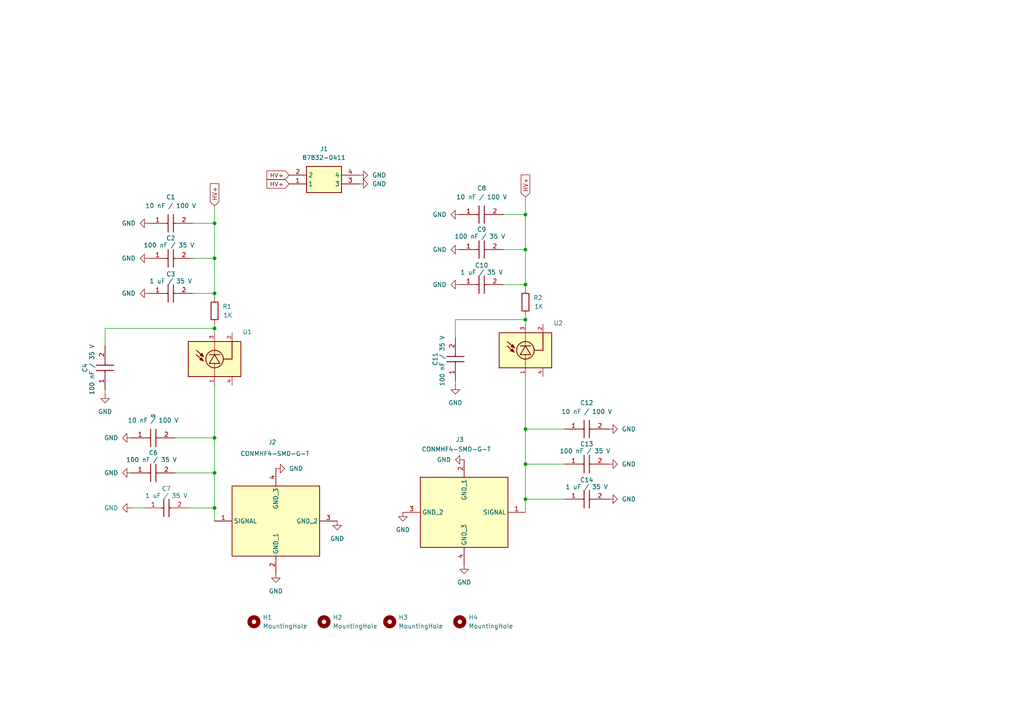
<source format=kicad_sch>
(kicad_sch (version 20231120) (generator "eeschema") (generator_version "8.0")
  (paper "A4")
  (lib_symbols
    (symbol "87832-0411:87832-0411"
      (property "Reference" "J" (at 16.51 7.62 0))
      (property "Value" "87832-0411" (at 16.51 5.08 0))
      (symbol "87832-0411_1_1"
        (rectangle (start 5.08 2.54) (end 15.24 -5.08) (stroke (width 0.254)) (fill (type background)))
        (pin passive line (at 0 -2.54 0) (length 5.08) (name "1") (number "1"))
        (pin passive line (at 0 0 0) (length 5.08) (name "2") (number "2"))
        (pin passive line (at 20.32 -2.54 180) (length 5.08) (name "3") (number "3"))
        (pin passive line (at 20.32 0 180) (length 5.08) (name "4") (number "4"))
      )
    )
    (symbol "CGA3EANP02A103J080AC_001uF:CGA3EANP02A103J080AC" (pin_names hide)
      (property "Reference" "C" (at 8.89 6.35 0))
      (property "Value" "CGA3EANP02A103J080AC" (at 8.89 3.81 0))
      (symbol "CGA3EANP02A103J080AC_1_1"
        (polyline (pts (xy 5.08 0) (xy 5.588 0)) (stroke (width 0.254)))
        (polyline (pts (xy 5.588 2.54) (xy 5.588 -2.54)) (stroke (width 0.254)))
        (polyline (pts (xy 7.112 0) (xy 7.62 0)) (stroke (width 0.254)))
        (polyline (pts (xy 7.112 2.54) (xy 7.112 -2.54)) (stroke (width 0.254)))
        (pin passive line (at 0 0 0) (length 5.08) (name "1") (number "1"))
        (pin passive line (at 12.7 0 180) (length 5.08) (name "2") (number "2"))
      )
    )
    (symbol "CONMHF4-SMD-G-T:CONMHF4-SMD-G-T"
      (property "Reference" "J" (at 26.67 17.78 0))
      (property "Value" "CONMHF4-SMD-G-T" (at 26.67 15.24 0))
      (symbol "CONMHF4-SMD-G-T_1_1"
        (rectangle (start 5.08 12.7) (end 25.4 -12.7) (stroke (width 0.254)) (fill (type background)))
        (pin passive line (at 15.24 -17.78 90) (length 5.08) (name "SIGNAL") (number "1"))
        (pin passive line (at 30.48 0 180) (length 5.08) (name "GND_1") (number "2"))
        (pin passive line (at 15.24 17.78 270) (length 5.08) (name "GND_2") (number "3"))
        (pin passive line (at 0 0 0) (length 5.08) (name "GND_3") (number "4"))
      )
    )
    (symbol "Device:R" (pin_numbers hide) (pin_names (offset 0))
      (property "Reference" "R" (at 2.032 0 90))
      (property "Value" "R" (at 0 0 90))
      (symbol "R_0_1"
        (rectangle (start -1.016 -2.54) (end 1.016 2.54) (stroke (width 0.254)))
      )
      (symbol "R_1_1"
        (pin passive line (at 0 3.81 270) (length 1.27) (name "~") (number "1"))
        (pin passive line (at 0 -3.81 90) (length 1.27) (name "~") (number "2"))
      )
    )
    (symbol "MICROFC-30035-SMT-TR1:MICROFC-30035-SMT-TR1" (pin_names (offset 1.016))
      (property "Reference" "U" (at -4.3688 10.8458 0))
      (property "Value" "MICROFC-30035-SMT-TR1" (at -4.826 -7.112 0))
      (symbol "MICROFC-30035-SMT-TR1_0_0"
        (rectangle (start -5.08 -5.08) (end 5.08 10.16) (stroke (width 0.254)) (fill (type background)))
        (polyline (pts (xy -1.27 1.016) (xy 1.27 2.54)) (stroke (width 0.254)))
        (polyline (pts (xy -1.27 2.54) (xy -5.08 2.54)) (stroke (width 0.1524)))
        (polyline (pts (xy -1.27 2.54) (xy -1.27 1.016)) (stroke (width 0.254)))
        (polyline (pts (xy -1.27 4.064) (xy -1.27 2.54)) (stroke (width 0.254)))
        (polyline (pts (xy -0.508 5.842) (xy -0.1778 6.8072)) (stroke (width 0.254)))
        (polyline (pts (xy -0.508 5.842) (xy 1.27 7.874)) (stroke (width 0.254)))
        (polyline (pts (xy -0.2032 6.0706) (xy -0.0762 6.0706)) (stroke (width 0.254)))
        (polyline (pts (xy -0.1778 6.8072) (xy -0.2032 6.0706)) (stroke (width 0.254)))
        (polyline (pts (xy -0.1778 6.8072) (xy 0.381 6.3246)) (stroke (width 0.254)))
        (polyline (pts (xy 0 -2.54) (xy 5.08 -2.54)) (stroke (width 0.254)))
        (polyline (pts (xy 0 0) (xy 0 -2.54)) (stroke (width 0.254)))
        (polyline (pts (xy 0.2032 6.4008) (xy -0.0254 6.2484)) (stroke (width 0.254)))
        (polyline (pts (xy 0.381 6.3246) (xy -0.508 5.842)) (stroke (width 0.254)))
        (polyline (pts (xy 0.7366 5.7404) (xy 1.0668 6.7056)) (stroke (width 0.254)))
        (polyline (pts (xy 0.7366 5.7404) (xy 2.5146 7.7724)) (stroke (width 0.254)))
        (polyline (pts (xy 1.0414 5.969) (xy 1.1684 5.969)) (stroke (width 0.254)))
        (polyline (pts (xy 1.0668 6.7056) (xy 1.0414 5.969)) (stroke (width 0.254)))
        (polyline (pts (xy 1.0668 6.7056) (xy 1.6256 6.223)) (stroke (width 0.254)))
        (polyline (pts (xy 1.27 2.54) (xy -1.27 4.064)) (stroke (width 0.254)))
        (polyline (pts (xy 1.27 2.54) (xy 1.27 1.016)) (stroke (width 0.254)))
        (polyline (pts (xy 1.27 4.064) (xy 1.27 2.54)) (stroke (width 0.254)))
        (polyline (pts (xy 1.4478 6.2992) (xy 1.2192 6.1468)) (stroke (width 0.254)))
        (polyline (pts (xy 1.6256 6.223) (xy 0.7366 5.7404)) (stroke (width 0.254)))
        (polyline (pts (xy 5.08 2.54) (xy 1.27 2.54)) (stroke (width 0.1524)))
        (circle (center 0 2.54) (radius 2.54) (stroke (width 0.254)))
        (pin passive line (at -7.62 2.54 0) (length 2.54) (name "~") (number "1"))
        (pin output line (at 7.62 -2.54 180) (length 2.54) (name "~") (number "2"))
        (pin passive line (at 7.62 2.54 180) (length 2.54) (name "~") (number "3"))
        (pin passive line (at -7.62 -2.54 0) (length 2.54) (name "~") (number "4"))
      )
    )
    (symbol "MMJCG168CB7105KRPA18_1uF:MMJCG168CB7105KRPA18" (pin_names hide)
      (property "Reference" "C" (at 8.89 6.35 0))
      (property "Value" "MMJCG168CB7105KRPA18" (at 8.89 3.81 0))
      (symbol "MMJCG168CB7105KRPA18_1_1"
        (polyline (pts (xy 5.08 0) (xy 5.588 0)) (stroke (width 0.254)))
        (polyline (pts (xy 5.588 2.54) (xy 5.588 -2.54)) (stroke (width 0.254)))
        (polyline (pts (xy 7.112 0) (xy 7.62 0)) (stroke (width 0.254)))
        (polyline (pts (xy 7.112 2.54) (xy 7.112 -2.54)) (stroke (width 0.254)))
        (pin passive line (at 0 0 0) (length 5.08) (name "1") (number "1"))
        (pin passive line (at 12.7 0 180) (length 5.08) (name "2") (number "2"))
      )
    )
    (symbol "Mechanical:MountingHole" (pin_names (offset 1.016)) (exclude_from_sim yes) (in_bom no)
      (property "Reference" "H" (at 0 5.08 0))
      (property "Value" "MountingHole" (at 0 3.175 0))
      (symbol "MountingHole_0_1"
        (circle (center 0 0) (radius 1.27) (stroke (width 1.27)))
      )
    )
    (symbol "power:GND" (power) (pin_numbers hide) (pin_names (offset 0) hide)
      (property "Value" "GND" (at 0 -3.81 0))
      (symbol "GND_0_1"
        (polyline (pts (xy 0 0) (xy 0 -1.27) (xy 1.27 -1.27) (xy 0 -2.54) (xy -1.27 -1.27) (xy 0 -1.27)))
      )
      (symbol "GND_1_1"
        (pin power_in line (at 0 0 270) (length 0) (name "~") (number "1"))
      )
    )
  )
  (junction (at 62.23 137.16))
  (junction (at 152.4 72.39))
  (junction (at 62.23 64.77))
  (junction (at 152.4 92.71))
  (junction (at 152.4 82.55))
  (junction (at 62.23 127))
  (junction (at 62.23 74.93))
  (junction (at 62.23 85.09))
  (junction (at 152.4 134.62))
  (junction (at 62.23 147.32))
  (junction (at 152.4 144.78))
  (junction (at 152.4 62.23))
  (junction (at 62.23 95.25))
  (junction (at 152.4 124.46))
  (wire (pts (xy 62.23 127) (xy 62.23 137.16)))
  (wire (pts (xy 62.23 147.32) (xy 62.23 151.13)))
  (wire (pts (xy 30.48 113.03) (xy 30.48 114.3)))
  (wire (pts (xy 62.23 137.16) (xy 62.23 147.32)))
  (wire (pts (xy 146.05 82.55) (xy 152.4 82.55)))
  (wire (pts (xy 55.88 85.09) (xy 62.23 85.09)))
  (wire (pts (xy 152.4 82.55) (xy 152.4 83.82)))
  (wire (pts (xy 152.4 57.15) (xy 152.4 62.23)))
  (wire (pts (xy 30.48 95.25) (xy 62.23 95.25)))
  (wire (pts (xy 62.23 85.09) (xy 62.23 86.36)))
  (wire (pts (xy 38.1 147.32) (xy 41.91 147.32)))
  (wire (pts (xy 146.05 72.39) (xy 152.4 72.39)))
  (wire (pts (xy 152.4 109.22) (xy 152.4 124.46)))
  (wire (pts (xy 50.8 127) (xy 62.23 127)))
  (wire (pts (xy 132.08 110.49) (xy 132.08 111.76)))
  (wire (pts (xy 132.08 92.71) (xy 132.08 97.79)))
  (wire (pts (xy 132.08 92.71) (xy 152.4 92.71)))
  (wire (pts (xy 163.83 134.62) (xy 152.4 134.62)))
  (wire (pts (xy 152.4 134.62) (xy 152.4 124.46)))
  (wire (pts (xy 55.88 64.77) (xy 62.23 64.77)))
  (wire (pts (xy 152.4 62.23) (xy 152.4 72.39)))
  (wire (pts (xy 62.23 74.93) (xy 62.23 85.09)))
  (wire (pts (xy 163.83 124.46) (xy 152.4 124.46)))
  (wire (pts (xy 163.83 144.78) (xy 152.4 144.78)))
  (wire (pts (xy 152.4 91.44) (xy 152.4 92.71)))
  (wire (pts (xy 30.48 95.25) (xy 30.48 100.33)))
  (wire (pts (xy 50.8 137.16) (xy 62.23 137.16)))
  (wire (pts (xy 152.4 144.78) (xy 152.4 134.62)))
  (wire (pts (xy 55.88 74.93) (xy 62.23 74.93)))
  (wire (pts (xy 152.4 144.78) (xy 152.4 148.59)))
  (wire (pts (xy 62.23 64.77) (xy 62.23 74.93)))
  (wire (pts (xy 62.23 111.76) (xy 62.23 127)))
  (wire (pts (xy 152.4 72.39) (xy 152.4 82.55)))
  (wire (pts (xy 62.23 93.98) (xy 62.23 95.25)))
  (wire (pts (xy 146.05 62.23) (xy 152.4 62.23)))
  (wire (pts (xy 62.23 95.25) (xy 62.23 96.52)))
  (wire (pts (xy 62.23 59.69) (xy 62.23 64.77)))
  (wire (pts (xy 54.61 147.32) (xy 62.23 147.32)))
  (wire (pts (xy 152.4 92.71) (xy 152.4 93.98)))
  (global_label "HV+" (shape input) (at 62.23 59.69 90) (property "Intersheetrefs" "${INTERSHEET_REFS}" (effects (hide yes))))
  (global_label "HV+" (shape input) (at 83.82 50.8 180) (property "Intersheetrefs" "${INTERSHEET_REFS}" (effects (hide yes))))
  (global_label "HV+" (shape input) (at 152.4 57.15 90) (property "Intersheetrefs" "${INTERSHEET_REFS}" (effects (hide yes))))
  (global_label "HV+" (shape input) (at 83.82 53.34 180) (property "Intersheetrefs" "${INTERSHEET_REFS}" (effects (hide yes))))
  (symbol (lib_id "power:GND") (at 132.08 111.76 0) (unit 1)
    (property "Reference" "#PWR012" (effects (hide yes)))
    (property "Value" "GND" (at 132.08 116.84 0))
    (property "Description" "Power symbol creates a global label with name \"GND\" , ground" (effects (hide yes)))
  )
  (symbol (lib_id "power:GND") (at 38.1 127 270) (unit 1)
    (property "Reference" "#PWR07" (effects (hide yes)))
    (property "Value" "GND" (at 34.29 126.9999 90) (effects (justify right)))
    (property "Description" "Power symbol creates a global label with name \"GND\" , ground" (effects (hide yes)))
  )
  (symbol (lib_id "power:GND") (at 38.1 137.16 270) (unit 1)
    (property "Reference" "#PWR08" (effects (hide yes)))
    (property "Value" "GND" (at 34.29 137.1599 90) (effects (justify right)))
    (property "Description" "Power symbol creates a global label with name \"GND\" , ground" (effects (hide yes)))
  )
  (symbol (lib_id "power:GND") (at 116.84 148.59 0) (unit 1)
    (property "Reference" "#PWR019" (effects (hide yes)))
    (property "Value" "GND" (at 116.84 153.67 0))
    (property "Description" "Power symbol creates a global label with name \"GND\" , ground" (effects (hide yes)))
  )
  (symbol (lib_id "power:GND") (at 43.18 64.77 270) (unit 1)
    (property "Reference" "#PWR06" (effects (hide yes)))
    (property "Value" "GND" (at 39.37 64.7699 90) (effects (justify right)))
    (property "Description" "Power symbol creates a global label with name \"GND\" , ground" (effects (hide yes)))
  )
  (symbol (lib_id "power:GND") (at 30.48 114.3 0) (unit 1)
    (property "Reference" "#PWR01" (effects (hide yes)))
    (property "Value" "GND" (at 30.48 119.38 0))
    (property "Description" "Power symbol creates a global label with name \"GND\" , ground" (effects (hide yes)))
  )
  (symbol (lib_id "power:GND") (at 97.79 151.13 0) (unit 1)
    (property "Reference" "#PWR020" (effects (hide yes)))
    (property "Value" "GND" (at 97.79 156.21 0))
    (property "Description" "Power symbol creates a global label with name \"GND\" , ground" (effects (hide yes)))
  )
  (symbol (lib_id "Device:R") (at 62.23 90.17 0) (unit 1)
    (property "Reference" "R1" (at 64.516 88.9 0) (effects (justify left)))
    (property "Value" "1K" (at 64.77 91.4399 0) (effects (justify left)))
    (property "Footprint" "Resistor_SMD:R_0201_0603Metric" (effects (hide yes)))
    (property "Description" "Resistor" (effects (hide yes)))
  )
  (symbol (lib_id "power:GND") (at 43.18 74.93 270) (unit 1)
    (property "Reference" "#PWR05" (effects (hide yes)))
    (property "Value" "GND" (at 39.37 74.9299 90) (effects (justify right)))
    (property "Description" "Power symbol creates a global label with name \"GND\" , ground" (effects (hide yes)))
  )
  (symbol (lib_id "MMJCG168CB7105KRPA18_1uF:MMJCG168CB7105KRPA18") (at 41.91 147.32 0) (unit 1)
    (property "Reference" "C7" (at 48.26 141.732 0))
    (property "Value" "1 uF / 35 V" (at 48.26 143.764 0))
    (property "Footprint" "SiPM_Onsemi:CAPC1608X90N_1uF" (effects (hide yes)))
    (property "Datasheet" "https://www.mouser.kr/datasheet/2/396/MM_mlcc_all_e-3370058.pdf" (effects (hide yes)))
    (property "Description" "Multilayer Ceramic Capacitors MLCC - SMD/SMT 35V 1uF X7R 0603 10% Medical" (effects (hide yes)))
    (property "Height" "0.9" (effects (hide yes)))
    (property "Manufacturer_Name" "TAIYO YUDEN" (effects (hide yes)))
    (property "Manufacturer_Part_Number" "MMJCG168CB7105KRPA18" (effects (hide yes)))
  )
  (symbol (lib_id "CGA3EANP02A103J080AC_001uF:CGA3EANP02A103J080AC") (at 38.1 137.16 0) (unit 1)
    (property "Reference" "C6" (at 44.45 131.318 0))
    (property "Value" "100 nF / 35 V" (at 43.942 133.35 0))
    (property "Footprint" "SiPM_Onsemi:CAPC1608X90N_1uF" (effects (hide yes)))
    (property "Description" "Multilayer Ceramic Capacitors MLCC - SMD/SMT 35V 0.1uF X7R 0603 20% Medical" (effects (hide yes)))
    (property "Height" "0.8" (effects (hide yes)))
    (property "Mouser Part Number" "963-MJCG168BB7104M" (effects (hide yes)))
    (property "Mouser Price/Stock" "https://www.mouser.de/ProductDetail/TAIYO-YUDEN/MMJCG168BB7104MTPA01?qs=tlsG%2FOw5FFi%252BNb4uAGqRXw%3D%3D" (effects (hide yes)))
    (property "Manufacturer_Name" " TAIYO YUDEN" (effects (hide yes)))
    (property "Manufacturer_Part_Number" "MMJCG168BB7104MTPA01" (effects (hide yes)))
  )
  (symbol (lib_id "MMJCG168CB7105KRPA18_1uF:MMJCG168CB7105KRPA18") (at 133.35 82.55 0) (unit 1)
    (property "Reference" "C10" (at 139.7 76.962 0))
    (property "Value" "1 uF / 35 V" (at 139.7 78.994 0))
    (property "Footprint" "SiPM_Onsemi:CAPC1608X90N_1uF" (effects (hide yes)))
    (property "Datasheet" "https://www.mouser.kr/datasheet/2/396/MM_mlcc_all_e-3370058.pdf" (effects (hide yes)))
    (property "Description" "Multilayer Ceramic Capacitors MLCC - SMD/SMT 35V 1uF X7R 0603 10% Medical" (effects (hide yes)))
    (property "Height" "0.9" (effects (hide yes)))
    (property "Manufacturer_Name" "TAIYO YUDEN" (effects (hide yes)))
    (property "Manufacturer_Part_Number" "MMJCG168CB7105KRPA18" (effects (hide yes)))
  )
  (symbol (lib_id "CGA3EANP02A103J080AC_001uF:CGA3EANP02A103J080AC") (at 133.35 72.39 0) (unit 1)
    (property "Reference" "C9" (at 139.7 66.548 0))
    (property "Value" "100 nF / 35 V" (at 139.192 68.58 0))
    (property "Footprint" "SiPM_Onsemi:CAPC1608X90N_1uF" (effects (hide yes)))
    (property "Description" "Multilayer Ceramic Capacitors MLCC - SMD/SMT 35V 0.1uF X7R 0603 20% Medical" (effects (hide yes)))
    (property "Height" "0.8" (effects (hide yes)))
    (property "Mouser Part Number" "963-MJCG168BB7104M" (effects (hide yes)))
    (property "Mouser Price/Stock" "https://www.mouser.de/ProductDetail/TAIYO-YUDEN/MMJCG168BB7104MTPA01?qs=tlsG%2FOw5FFi%252BNb4uAGqRXw%3D%3D" (effects (hide yes)))
    (property "Manufacturer_Name" " TAIYO YUDEN" (effects (hide yes)))
    (property "Manufacturer_Part_Number" "MMJCG168BB7104MTPA01" (effects (hide yes)))
  )
  (symbol (lib_id "Mechanical:MountingHole") (at 113.03 180.34 0) (unit 1) (exclude_from_sim yes) (in_bom no)
    (property "Reference" "H3" (at 115.57 179.0699 0) (effects (justify left)))
    (property "Value" "MountingHole" (at 115.57 181.6099 0) (effects (justify left)))
    (property "Footprint" "MountingHole:Castelated_Hold_Right" (effects (hide yes)))
    (property "Description" "Mounting Hole without connection" (effects (hide yes)))
  )
  (symbol (lib_id "CONMHF4-SMD-G-T:CONMHF4-SMD-G-T") (at 80.01 135.89 270) (unit 1)
    (property "Reference" "J2" (at 78.994 128.27 90))
    (property "Value" "CONMHF4-SMD-G-T" (at 79.756 131.572 90))
    (property "Footprint" "SiPM_Onsemi:CONMHF4SMDGT" (effects (hide yes)))
    (property "Datasheet" "https://www.te.com/commerce/DocumentDelivery/DDEController?Action=srchrtrv&DocNm=conmhf4-smd-g-t-ds&DocType=Data%20Sheet&DocLang=English&PartCntxt=CONMHF4-SMD-G-T&DocFormat=pdf" (effects (hide yes)))
    (property "Description" "Body Features: Body Material Copper Alloy | Body Plating Material Gold | Configuration Features: Number of Coaxial Contacts 1 | Number of Positions 1 | Electrical Characteristics: Impedance 50 OHM | Mechanical Attachment: Connector Mounting Type Board Mount | RF Connector Coupling Mechanism Snap-On | Operation/Application: Operating Frequency 6 GHZ | Circuit Application Signal | Other: Dielectric Material LCP | Product Type Features: Sealable No | RF Interface UMCC | Connector Product Type Connector Assembl" (effects (hide yes)))
    (property "Height" "0.6" (effects (hide yes)))
    (property "Mouser Part Number" "N/A" (effects (hide yes)))
    (property "Mouser Price/Stock" "https://www.mouser.co.uk/ProductDetail/TE-Connectivity/CONMHF4-SMD-G-T?qs=3Rah4i%252BhyCHAjcyagtfN7A%3D%3D" (effects (hide yes)))
    (property "Manufacturer_Name" "TE Connectivity" (effects (hide yes)))
    (property "Manufacturer_Part_Number" "CONMHF4-SMD-G-T" (effects (hide yes)))
  )
  (symbol (lib_id "power:GND") (at 133.35 72.39 270) (unit 1)
    (property "Reference" "#PWR014" (effects (hide yes)))
    (property "Value" "GND" (at 129.54 72.3899 90) (effects (justify right)))
    (property "Description" "Power symbol creates a global label with name \"GND\" , ground" (effects (hide yes)))
  )
  (symbol (lib_id "CONMHF4-SMD-G-T:CONMHF4-SMD-G-T") (at 134.62 163.83 90) (unit 1)
    (property "Reference" "J3" (at 133.35 127.508 90))
    (property "Value" "CONMHF4-SMD-G-T" (at 132.334 130.302 90))
    (property "Footprint" "SiPM_Onsemi:CONMHF4SMDGT" (effects (hide yes)))
    (property "Datasheet" "https://www.te.com/commerce/DocumentDelivery/DDEController?Action=srchrtrv&DocNm=conmhf4-smd-g-t-ds&DocType=Data%20Sheet&DocLang=English&PartCntxt=CONMHF4-SMD-G-T&DocFormat=pdf" (effects (hide yes)))
    (property "Description" "Body Features: Body Material Copper Alloy | Body Plating Material Gold | Configuration Features: Number of Coaxial Contacts 1 | Number of Positions 1 | Electrical Characteristics: Impedance 50 OHM | Mechanical Attachment: Connector Mounting Type Board Mount | RF Connector Coupling Mechanism Snap-On | Operation/Application: Operating Frequency 6 GHZ | Circuit Application Signal | Other: Dielectric Material LCP | Product Type Features: Sealable No | RF Interface UMCC | Connector Product Type Connector Assembl" (effects (hide yes)))
    (property "Height" "0.6" (effects (hide yes)))
    (property "Mouser Part Number" "N/A" (effects (hide yes)))
    (property "Mouser Price/Stock" "https://www.mouser.co.uk/ProductDetail/TE-Connectivity/CONMHF4-SMD-G-T?qs=3Rah4i%252BhyCHAjcyagtfN7A%3D%3D" (effects (hide yes)))
    (property "Manufacturer_Name" "TE Connectivity" (effects (hide yes)))
    (property "Manufacturer_Part_Number" "CONMHF4-SMD-G-T" (effects (hide yes)))
  )
  (symbol (lib_id "power:GND") (at 38.1 147.32 270) (unit 1)
    (property "Reference" "#PWR09" (effects (hide yes)))
    (property "Value" "GND" (at 34.29 147.3199 90) (effects (justify right)))
    (property "Description" "Power symbol creates a global label with name \"GND\" , ground" (effects (hide yes)))
  )
  (symbol (lib_id "MMJCG168CB7105KRPA18_1uF:MMJCG168CB7105KRPA18") (at 163.83 144.78 0) (unit 1)
    (property "Reference" "C14" (at 170.18 139.192 0))
    (property "Value" "1 uF / 35 V" (at 170.18 141.224 0))
    (property "Footprint" "SiPM_Onsemi:CAPC1608X90N_1uF" (effects (hide yes)))
    (property "Datasheet" "https://www.mouser.kr/datasheet/2/396/MM_mlcc_all_e-3370058.pdf" (effects (hide yes)))
    (property "Description" "Multilayer Ceramic Capacitors MLCC - SMD/SMT 35V 1uF X7R 0603 10% Medical" (effects (hide yes)))
    (property "Height" "0.9" (effects (hide yes)))
    (property "Manufacturer_Name" "TAIYO YUDEN" (effects (hide yes)))
    (property "Manufacturer_Part_Number" "MMJCG168CB7105KRPA18" (effects (hide yes)))
  )
  (symbol (lib_id "power:GND") (at 133.35 82.55 270) (unit 1)
    (property "Reference" "#PWR015" (effects (hide yes)))
    (property "Value" "GND" (at 129.54 82.5499 90) (effects (justify right)))
    (property "Description" "Power symbol creates a global label with name \"GND\" , ground" (effects (hide yes)))
  )
  (symbol (lib_id "power:GND") (at 43.18 85.09 270) (unit 1)
    (property "Reference" "#PWR04" (effects (hide yes)))
    (property "Value" "GND" (at 39.37 85.0899 90) (effects (justify right)))
    (property "Description" "Power symbol creates a global label with name \"GND\" , ground" (effects (hide yes)))
  )
  (symbol (lib_id "power:GND") (at 80.01 166.37 0) (unit 1)
    (property "Reference" "#PWR017" (effects (hide yes)))
    (property "Value" "GND" (at 80.01 171.45 0))
    (property "Description" "Power symbol creates a global label with name \"GND\" , ground" (effects (hide yes)))
  )
  (symbol (lib_id "CGA3EANP02A103J080AC_001uF:CGA3EANP02A103J080AC") (at 30.48 113.03 90) (unit 1)
    (property "Reference" "C4" (at 24.638 106.68 0))
    (property "Value" "100 nF / 35 V" (at 26.67 107.188 0))
    (property "Footprint" "SiPM_Onsemi:CAPC1608X90N_1uF" (effects (hide yes)))
    (property "Description" "Multilayer Ceramic Capacitors MLCC - SMD/SMT 35V 0.1uF X7R 0603 20% Medical" (effects (hide yes)))
    (property "Height" "0.8" (effects (hide yes)))
    (property "Mouser Part Number" "963-MJCG168BB7104M" (effects (hide yes)))
    (property "Mouser Price/Stock" "https://www.mouser.de/ProductDetail/TAIYO-YUDEN/MMJCG168BB7104MTPA01?qs=tlsG%2FOw5FFi%252BNb4uAGqRXw%3D%3D" (effects (hide yes)))
    (property "Manufacturer_Name" " TAIYO YUDEN" (effects (hide yes)))
    (property "Manufacturer_Part_Number" "MMJCG168BB7104MTPA01" (effects (hide yes)))
  )
  (symbol (lib_id "power:GND") (at 80.01 135.89 90) (unit 1)
    (property "Reference" "#PWR021" (effects (hide yes)))
    (property "Value" "GND" (at 83.82 135.8899 90) (effects (justify right)))
    (property "Description" "Power symbol creates a global label with name \"GND\" , ground" (effects (hide yes)))
  )
  (symbol (lib_id "Mechanical:MountingHole") (at 73.66 180.34 0) (unit 1) (exclude_from_sim yes) (in_bom no)
    (property "Reference" "H1" (at 76.2 179.0699 0) (effects (justify left)))
    (property "Value" "MountingHole" (at 76.2 181.6099 0) (effects (justify left)))
    (property "Footprint" "MountingHole:CastellatedHole" (effects (hide yes)))
    (property "Description" "Mounting Hole without connection" (effects (hide yes)))
  )
  (symbol (lib_id "CGA3EANP02A103J080AC_001uF:CGA3EANP02A103J080AC") (at 163.83 124.46 0) (unit 1)
    (property "Reference" "C12" (at 170.18 116.84 0))
    (property "Value" "10 nF / 100 V" (at 170.18 119.38 0))
    (property "Footprint" "SiPM_Onsemi:CAPC1608X90N_001uF" (effects (hide yes)))
    (property "Description" "Multilayer Ceramic Chip Capacitors, Capacitance=10nF, LxWxT:1.6x0.8x0.8mm" (effects (hide yes)))
    (property "Height" "0.9" (effects (hide yes)))
    (property "Mouser Part Number" "810-CGA3EANP02A103JC" (effects (hide yes)))
    (property "Mouser Price/Stock" "https://www.mouser.co.uk/ProductDetail/TDK/CGA3EANP02A103J080AC?qs=6JAMGB%252BEdkzxTYYMzdSqJA%3D%3D" (effects (hide yes)))
    (property "Manufacturer_Name" "TDK" (effects (hide yes)))
    (property "Manufacturer_Part_Number" "CGA3EANP02A103J080AC" (effects (hide yes)))
  )
  (symbol (lib_id "CGA3EANP02A103J080AC_001uF:CGA3EANP02A103J080AC") (at 43.18 74.93 0) (unit 1)
    (property "Reference" "C2" (at 49.53 69.088 0))
    (property "Value" "100 nF / 35 V" (at 49.022 71.12 0))
    (property "Footprint" "SiPM_Onsemi:CAPC1608X90N_1uF" (effects (hide yes)))
    (property "Description" "Multilayer Ceramic Capacitors MLCC - SMD/SMT 35V 0.1uF X7R 0603 20% Medical" (effects (hide yes)))
    (property "Height" "0.8" (effects (hide yes)))
    (property "Mouser Part Number" "963-MJCG168BB7104M" (effects (hide yes)))
    (property "Mouser Price/Stock" "https://www.mouser.de/ProductDetail/TAIYO-YUDEN/MMJCG168BB7104MTPA01?qs=tlsG%2FOw5FFi%252BNb4uAGqRXw%3D%3D" (effects (hide yes)))
    (property "Manufacturer_Name" " TAIYO YUDEN" (effects (hide yes)))
    (property "Manufacturer_Part_Number" "MMJCG168BB7104MTPA01" (effects (hide yes)))
  )
  (symbol (lib_id "MICROFC-30035-SMT-TR1:MICROFC-30035-SMT-TR1") (at 154.94 101.6 90) (unit 1)
    (property "Reference" "U2" (at 160.528 93.726 90) (effects (justify right)))
    (property "Value" "MICROFC-30035-SMT-TR1" (effects (hide yes)))
    (property "Footprint" "SiPM_Onsemi:XDCR_MICROFC-30035-SMT-TR1" (effects (hide yes)))
    (property "MF" "ON Semiconductor" (effects (hide yes)))
    (property "MAXIMUM_PACKAGE_HEIGHT" "0.70 mm" (effects (hide yes)))
    (property "Package" "SMD-4 ON Semiconductor" (effects (hide yes)))
    (property "Price" "None" (effects (hide yes)))
    (property "Check_prices" "https://www.snapeda.com/parts/MICROFC-30035-SMT-TR1/Onsemi/view-part/?ref=eda" (effects (hide yes)))
    (property "STANDARD" "Manufacturer Recommendations" (effects (hide yes)))
    (property "PARTREV" "Issue O" (effects (hide yes)))
    (property "SnapEDA_Link" "https://www.snapeda.com/parts/MICROFC-30035-SMT-TR1/Onsemi/view-part/?ref=snap" (effects (hide yes)))
    (property "MP" "MICROFC-30035-SMT-TR1" (effects (hide yes)))
    (property "Purchase-URL" "https://www.snapeda.com/api/url_track_click_mouser/?unipart_id=3234749&manufacturer=ON Semiconductor&part_name=MICROFC-30035-SMT-TR1&search_term=microfc-30035-smt-tr" (effects (hide yes)))
    (property "Description_1" "\nPhotodiode 420nm 600ps - 4-SMD, No Lead\n" (effects (hide yes)))
    (property "Availability" "In Stock" (effects (hide yes)))
    (property "MANUFACTURER" "On Semiconductor" (effects (hide yes)))
  )
  (symbol (lib_id "MICROFC-30035-SMT-TR1:MICROFC-30035-SMT-TR1") (at 64.77 104.14 90) (unit 1)
    (property "Reference" "U1" (at 70.358 96.266 90) (effects (justify right)))
    (property "Value" "MICROFC-30035-SMT-TR1" (effects (hide yes)))
    (property "Footprint" "SiPM_Onsemi:XDCR_MICROFC-30035-SMT-TR1" (effects (hide yes)))
    (property "MF" "ON Semiconductor" (effects (hide yes)))
    (property "MAXIMUM_PACKAGE_HEIGHT" "0.70 mm" (effects (hide yes)))
    (property "Package" "SMD-4 ON Semiconductor" (effects (hide yes)))
    (property "Price" "None" (effects (hide yes)))
    (property "Check_prices" "https://www.snapeda.com/parts/MICROFC-30035-SMT-TR1/Onsemi/view-part/?ref=eda" (effects (hide yes)))
    (property "STANDARD" "Manufacturer Recommendations" (effects (hide yes)))
    (property "PARTREV" "Issue O" (effects (hide yes)))
    (property "SnapEDA_Link" "https://www.snapeda.com/parts/MICROFC-30035-SMT-TR1/Onsemi/view-part/?ref=snap" (effects (hide yes)))
    (property "MP" "MICROFC-30035-SMT-TR1" (effects (hide yes)))
    (property "Purchase-URL" "https://www.snapeda.com/api/url_track_click_mouser/?unipart_id=3234749&manufacturer=ON Semiconductor&part_name=MICROFC-30035-SMT-TR1&search_term=microfc-30035-smt-tr" (effects (hide yes)))
    (property "Description_1" "\nPhotodiode 420nm 600ps - 4-SMD, No Lead\n" (effects (hide yes)))
    (property "Availability" "In Stock" (effects (hide yes)))
    (property "MANUFACTURER" "On Semiconductor" (effects (hide yes)))
  )
  (symbol (lib_id "power:GND") (at 104.14 50.8 90) (unit 1)
    (property "Reference" "#PWR016" (effects (hide yes)))
    (property "Value" "GND" (at 107.95 50.7999 90) (effects (justify right)))
    (property "Description" "Power symbol creates a global label with name \"GND\" , ground" (effects (hide yes)))
  )
  (symbol (lib_id "power:GND") (at 176.53 134.62 90) (unit 1)
    (property "Reference" "#PWR010" (effects (hide yes)))
    (property "Value" "GND" (at 180.34 134.6201 90) (effects (justify right)))
    (property "Description" "Power symbol creates a global label with name \"GND\" , ground" (effects (hide yes)))
  )
  (symbol (lib_id "power:GND") (at 176.53 124.46 90) (unit 1)
    (property "Reference" "#PWR011" (effects (hide yes)))
    (property "Value" "GND" (at 180.34 124.4601 90) (effects (justify right)))
    (property "Description" "Power symbol creates a global label with name \"GND\" , ground" (effects (hide yes)))
  )
  (symbol (lib_id "Mechanical:MountingHole") (at 133.35 180.34 0) (unit 1) (exclude_from_sim yes) (in_bom no)
    (property "Reference" "H4" (at 135.89 179.0699 0) (effects (justify left)))
    (property "Value" "MountingHole" (at 135.89 181.6099 0) (effects (justify left)))
    (property "Footprint" "MountingHole:Castelated_Hold_Right" (effects (hide yes)))
    (property "Description" "Mounting Hole without connection" (effects (hide yes)))
  )
  (symbol (lib_id "CGA3EANP02A103J080AC_001uF:CGA3EANP02A103J080AC") (at 43.18 64.77 0) (unit 1)
    (property "Reference" "C1" (at 49.53 57.15 0))
    (property "Value" "10 nF / 100 V" (at 49.53 59.69 0))
    (property "Footprint" "SiPM_Onsemi:CAPC1608X90N_001uF" (effects (hide yes)))
    (property "Description" "Multilayer Ceramic Chip Capacitors, Capacitance=10nF, LxWxT:1.6x0.8x0.8mm" (effects (hide yes)))
    (property "Height" "0.9" (effects (hide yes)))
    (property "Mouser Part Number" "810-CGA3EANP02A103JC" (effects (hide yes)))
    (property "Mouser Price/Stock" "https://www.mouser.co.uk/ProductDetail/TDK/CGA3EANP02A103J080AC?qs=6JAMGB%252BEdkzxTYYMzdSqJA%3D%3D" (effects (hide yes)))
    (property "Manufacturer_Name" "TDK" (effects (hide yes)))
    (property "Manufacturer_Part_Number" "CGA3EANP02A103J080AC" (effects (hide yes)))
  )
  (symbol (lib_id "power:GND") (at 133.35 62.23 270) (unit 1)
    (property "Reference" "#PWR013" (effects (hide yes)))
    (property "Value" "GND" (at 129.54 62.2299 90) (effects (justify right)))
    (property "Description" "Power symbol creates a global label with name \"GND\" , ground" (effects (hide yes)))
  )
  (symbol (lib_id "power:GND") (at 134.62 163.83 0) (unit 1)
    (property "Reference" "#PWR018" (effects (hide yes)))
    (property "Value" "GND" (at 134.62 168.91 0))
    (property "Description" "Power symbol creates a global label with name \"GND\" , ground" (effects (hide yes)))
  )
  (symbol (lib_id "power:GND") (at 176.53 144.78 90) (unit 1)
    (property "Reference" "#PWR02" (effects (hide yes)))
    (property "Value" "GND" (at 180.34 144.7801 90) (effects (justify right)))
    (property "Description" "Power symbol creates a global label with name \"GND\" , ground" (effects (hide yes)))
  )
  (symbol (lib_id "CGA3EANP02A103J080AC_001uF:CGA3EANP02A103J080AC") (at 133.35 62.23 0) (unit 1)
    (property "Reference" "C8" (at 139.7 54.61 0))
    (property "Value" "10 nF / 100 V" (at 139.7 57.15 0))
    (property "Footprint" "SiPM_Onsemi:CAPC1608X90N_001uF" (effects (hide yes)))
    (property "Description" "Multilayer Ceramic Chip Capacitors, Capacitance=10nF, LxWxT:1.6x0.8x0.8mm" (effects (hide yes)))
    (property "Height" "0.9" (effects (hide yes)))
    (property "Mouser Part Number" "810-CGA3EANP02A103JC" (effects (hide yes)))
    (property "Mouser Price/Stock" "https://www.mouser.co.uk/ProductDetail/TDK/CGA3EANP02A103J080AC?qs=6JAMGB%252BEdkzxTYYMzdSqJA%3D%3D" (effects (hide yes)))
    (property "Manufacturer_Name" "TDK" (effects (hide yes)))
    (property "Manufacturer_Part_Number" "CGA3EANP02A103J080AC" (effects (hide yes)))
  )
  (symbol (lib_id "87832-0411:87832-0411") (at 83.82 50.8 0) (unit 1)
    (property "Reference" "J1" (at 93.98 43.18 0))
    (property "Value" "87832-0411" (at 93.98 45.72 0))
    (property "Footprint" "878320411" (effects (hide yes)))
    (property "Datasheet" "https://www.molex.com/pdm_docs/sd/878320411_sd.pdf" (effects (hide yes)))
    (property "Description" "2.00mm Pitch, Milli-Grid PCB Header, Dual Row, Vertical, Surface Mount, Shrouded, Lead-Free, 4 Circuits, 0.76m Gold (Au) Plating, with Locking Window, without Pick-and-Place Cap, without PCB Locator, Tube" (effects (hide yes)))
    (property "Height" "7.8" (effects (hide yes)))
    (property "Mouser Part Number" "538-87832-0411" (effects (hide yes)))
    (property "Mouser Price/Stock" "https://www.mouser.co.uk/ProductDetail/Molex/87832-0411?qs=kNSQ05%252BLZoARVxrc1s973A%3D%3D" (effects (hide yes)))
    (property "Manufacturer_Name" "Molex" (effects (hide yes)))
    (property "Manufacturer_Part_Number" "87832-0411" (effects (hide yes)))
  )
  (symbol (lib_id "power:GND") (at 104.14 53.34 90) (unit 1)
    (property "Reference" "#PWR03" (effects (hide yes)))
    (property "Value" "GND" (at 107.95 53.3399 90) (effects (justify right)))
    (property "Description" "Power symbol creates a global label with name \"GND\" , ground" (effects (hide yes)))
  )
  (symbol (lib_id "CGA3EANP02A103J080AC_001uF:CGA3EANP02A103J080AC") (at 163.83 134.62 0) (unit 1)
    (property "Reference" "C13" (at 170.18 128.778 0))
    (property "Value" "100 nF / 35 V" (at 169.672 130.81 0))
    (property "Footprint" "SiPM_Onsemi:CAPC1608X90N_1uF" (effects (hide yes)))
    (property "Description" "Multilayer Ceramic Capacitors MLCC - SMD/SMT 35V 0.1uF X7R 0603 20% Medical" (effects (hide yes)))
    (property "Height" "0.8" (effects (hide yes)))
    (property "Mouser Part Number" "963-MJCG168BB7104M" (effects (hide yes)))
    (property "Mouser Price/Stock" "https://www.mouser.de/ProductDetail/TAIYO-YUDEN/MMJCG168BB7104MTPA01?qs=tlsG%2FOw5FFi%252BNb4uAGqRXw%3D%3D" (effects (hide yes)))
    (property "Manufacturer_Name" " TAIYO YUDEN" (effects (hide yes)))
    (property "Manufacturer_Part_Number" "MMJCG168BB7104MTPA01" (effects (hide yes)))
  )
  (symbol (lib_id "Mechanical:MountingHole") (at 93.98 180.34 0) (unit 1) (exclude_from_sim yes) (in_bom no)
    (property "Reference" "H2" (at 96.52 179.0699 0) (effects (justify left)))
    (property "Value" "MountingHole" (at 96.52 181.6099 0) (effects (justify left)))
    (property "Footprint" "MountingHole:CastellatedHole" (effects (hide yes)))
    (property "Description" "Mounting Hole without connection" (effects (hide yes)))
  )
  (symbol (lib_id "CGA3EANP02A103J080AC_001uF:CGA3EANP02A103J080AC") (at 38.1 127 0) (unit 1)
    (property "Reference" "C5" (at 44.45 120.65 0) (effects (font (size 0.635 0.635))))
    (property "Value" "10 nF / 100 V" (at 44.45 121.92 0))
    (property "Footprint" "SiPM_Onsemi:CAPC1608X90N_001uF" (effects (hide yes)))
    (property "Description" "Multilayer Ceramic Chip Capacitors, Capacitance=10nF, LxWxT:1.6x0.8x0.8mm" (effects (hide yes)))
    (property "Height" "0.9" (effects (hide yes)))
    (property "Mouser Part Number" "810-CGA3EANP02A103JC" (effects (hide yes)))
    (property "Mouser Price/Stock" "https://www.mouser.co.uk/ProductDetail/TDK/CGA3EANP02A103J080AC?qs=6JAMGB%252BEdkzxTYYMzdSqJA%3D%3D" (effects (hide yes)))
    (property "Manufacturer_Name" "TDK" (effects (hide yes)))
    (property "Manufacturer_Part_Number" "CGA3EANP02A103J080AC" (effects (hide yes)))
  )
  (symbol (lib_id "power:GND") (at 134.62 133.35 270) (unit 1)
    (property "Reference" "#PWR022" (effects (hide yes)))
    (property "Value" "GND" (at 130.81 133.3499 90) (effects (justify right)))
    (property "Description" "Power symbol creates a global label with name \"GND\" , ground" (effects (hide yes)))
  )
  (symbol (lib_id "Device:R") (at 152.4 87.63 0) (unit 1)
    (property "Reference" "R2" (at 154.686 86.36 0) (effects (justify left)))
    (property "Value" "1K" (at 154.94 88.8999 0) (effects (justify left)))
    (property "Footprint" "Resistor_SMD:R_0201_0603Metric" (effects (hide yes)))
    (property "Description" "Resistor" (effects (hide yes)))
  )
  (symbol (lib_id "CGA3EANP02A103J080AC_001uF:CGA3EANP02A103J080AC") (at 132.08 110.49 90) (unit 1)
    (property "Reference" "C11" (at 126.238 104.14 0))
    (property "Value" "100 nF / 35 V" (at 128.27 104.648 0))
    (property "Footprint" "SiPM_Onsemi:CAPC1608X90N_1uF" (effects (hide yes)))
    (property "Description" "Multilayer Ceramic Capacitors MLCC - SMD/SMT 35V 0.1uF X7R 0603 20% Medical" (effects (hide yes)))
    (property "Height" "0.8" (effects (hide yes)))
    (property "Mouser Part Number" "963-MJCG168BB7104M" (effects (hide yes)))
    (property "Mouser Price/Stock" "https://www.mouser.de/ProductDetail/TAIYO-YUDEN/MMJCG168BB7104MTPA01?qs=tlsG%2FOw5FFi%252BNb4uAGqRXw%3D%3D" (effects (hide yes)))
    (property "Manufacturer_Name" " TAIYO YUDEN" (effects (hide yes)))
    (property "Manufacturer_Part_Number" "MMJCG168BB7104MTPA01" (effects (hide yes)))
  )
  (symbol (lib_id "MMJCG168CB7105KRPA18_1uF:MMJCG168CB7105KRPA18") (at 43.18 85.09 0) (unit 1)
    (property "Reference" "C3" (at 49.53 79.502 0))
    (property "Value" "1 uF / 35 V" (at 49.53 81.534 0))
    (property "Footprint" "SiPM_Onsemi:CAPC1608X90N_1uF" (effects (hide yes)))
    (property "Datasheet" "https://www.mouser.kr/datasheet/2/396/MM_mlcc_all_e-3370058.pdf" (effects (hide yes)))
    (property "Description" "Multilayer Ceramic Capacitors MLCC - SMD/SMT 35V 1uF X7R 0603 10% Medical" (effects (hide yes)))
    (property "Height" "0.9" (effects (hide yes)))
    (property "Manufacturer_Name" "TAIYO YUDEN" (effects (hide yes)))
    (property "Manufacturer_Part_Number" "MMJCG168CB7105KRPA18" (effects (hide yes)))
  )
)
</source>
